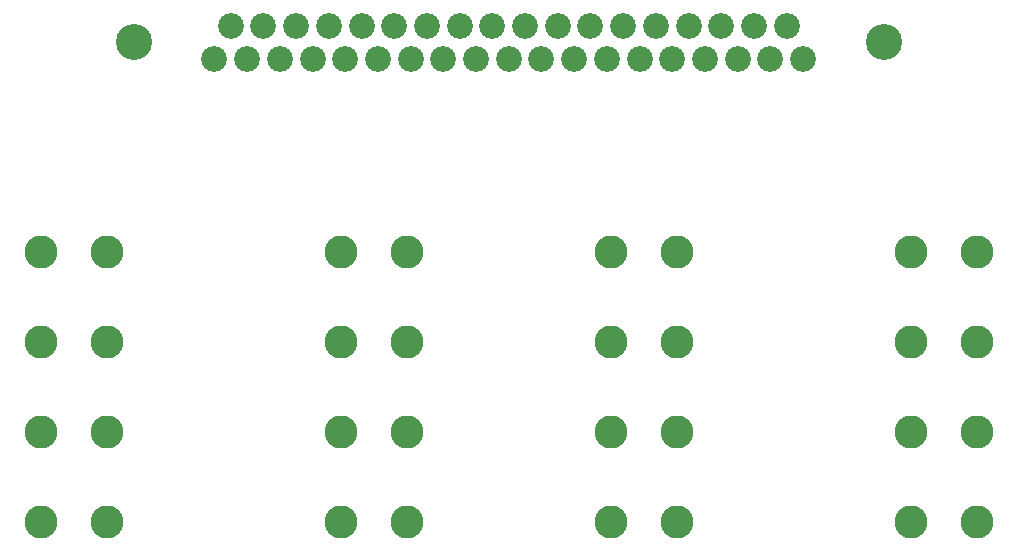
<source format=gbr>
%TF.GenerationSoftware,KiCad,Pcbnew,(5.1.10)-1*%
%TF.CreationDate,2022-01-22T17:54:26-06:00*%
%TF.ProjectId,Digital-Output-Module,44696769-7461-46c2-9d4f-75747075742d,Rev. A*%
%TF.SameCoordinates,Original*%
%TF.FileFunction,Soldermask,Top*%
%TF.FilePolarity,Negative*%
%FSLAX46Y46*%
G04 Gerber Fmt 4.6, Leading zero omitted, Abs format (unit mm)*
G04 Created by KiCad (PCBNEW (5.1.10)-1) date 2022-01-22 17:54:26*
%MOMM*%
%LPD*%
G01*
G04 APERTURE LIST*
%ADD10C,2.794000*%
%ADD11C,2.184400*%
%ADD12C,3.048000*%
G04 APERTURE END LIST*
D10*
%TO.C,J1*%
X54864000Y-60960000D03*
X49276000Y-60960000D03*
%TD*%
%TO.C,J2*%
X49276000Y-68580000D03*
X54864000Y-68580000D03*
%TD*%
%TO.C,J3*%
X54864000Y-76200000D03*
X49276000Y-76200000D03*
%TD*%
%TO.C,J4*%
X49276000Y-83820000D03*
X54864000Y-83820000D03*
%TD*%
%TO.C,J5*%
X74676000Y-60960000D03*
X80264000Y-60960000D03*
%TD*%
%TO.C,J6*%
X80264000Y-68580000D03*
X74676000Y-68580000D03*
%TD*%
%TO.C,J7*%
X74676000Y-76200000D03*
X80264000Y-76200000D03*
%TD*%
%TO.C,J8*%
X80264000Y-83820000D03*
X74676000Y-83820000D03*
%TD*%
D11*
%TO.C,J9*%
X88900000Y-44602400D03*
X91668600Y-44602400D03*
X94437200Y-44602400D03*
X97205800Y-44602400D03*
X99974400Y-44602400D03*
X102743000Y-44602400D03*
X105511600Y-44602400D03*
X108280200Y-44602400D03*
X111048800Y-44602400D03*
X113817400Y-44602400D03*
X80594200Y-44602400D03*
X77825600Y-44602400D03*
X86131400Y-44602400D03*
X83362800Y-44602400D03*
X72288400Y-44602400D03*
X69519800Y-44602400D03*
X63982600Y-44602400D03*
X66751200Y-44602400D03*
X75057000Y-44602400D03*
X112433100Y-41757600D03*
X109664500Y-41757600D03*
X95821500Y-41757600D03*
X101358700Y-41757600D03*
X93052900Y-41757600D03*
X104127300Y-41757600D03*
X106895900Y-41757600D03*
X90284300Y-41757600D03*
X98590100Y-41757600D03*
X79209900Y-41757600D03*
X70904100Y-41757600D03*
X81978500Y-41757600D03*
X65366900Y-41757600D03*
X68135500Y-41757600D03*
X76441300Y-41757600D03*
X84747100Y-41757600D03*
X73672700Y-41757600D03*
X87515700Y-41757600D03*
D12*
X120650000Y-43180000D03*
X57150000Y-43180000D03*
%TD*%
D10*
%TO.C,J10*%
X103124000Y-83820000D03*
X97536000Y-83820000D03*
%TD*%
%TO.C,J11*%
X97536000Y-76200000D03*
X103124000Y-76200000D03*
%TD*%
%TO.C,J12*%
X103124000Y-68580000D03*
X97536000Y-68580000D03*
%TD*%
%TO.C,J13*%
X97536000Y-60960000D03*
X103124000Y-60960000D03*
%TD*%
%TO.C,J14*%
X122936000Y-83820000D03*
X128524000Y-83820000D03*
%TD*%
%TO.C,J15*%
X128524000Y-76200000D03*
X122936000Y-76200000D03*
%TD*%
%TO.C,J16*%
X122936000Y-68580000D03*
X128524000Y-68580000D03*
%TD*%
%TO.C,J17*%
X128524000Y-60960000D03*
X122936000Y-60960000D03*
%TD*%
M02*

</source>
